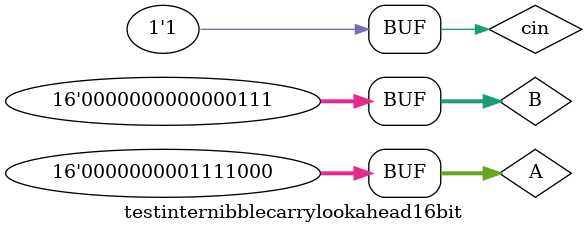
<source format=v>
`timescale 1ns / 1ps


module testinternibblecarrylookahead16bit;

	// Inputs
	reg [15:0] A;
	reg [15:0] B;
	reg cin;

	// Outputs
	wire [15:0] S;
	wire cout;

	// Instantiate the Unit Under Test (UUT)
	internibblecarrylookahead16bit uut (
		.S(S), 
		.cout(cout), 
		.A(A), 
		.B(B), 
		.cin(cin)
	);

	initial begin
		// Initialize Inputs
		A = 120;
		B = 7;
		cin = 1;

		// Wait 100 ns for global reset to finish
		#100;
        
		// Add stimulus here

	end
      
endmodule


</source>
